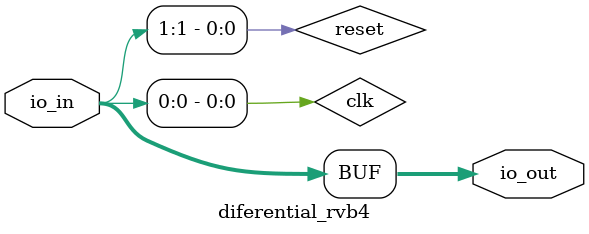
<source format=v>
`default_nettype none

module diferential_rvb4 (
  input [7:0] io_in,
  output [7:0] io_out
);

   wire        clk = io_in[0];
   wire        reset = io_in[1];

   assign io_out = io_in;
endmodule

</source>
